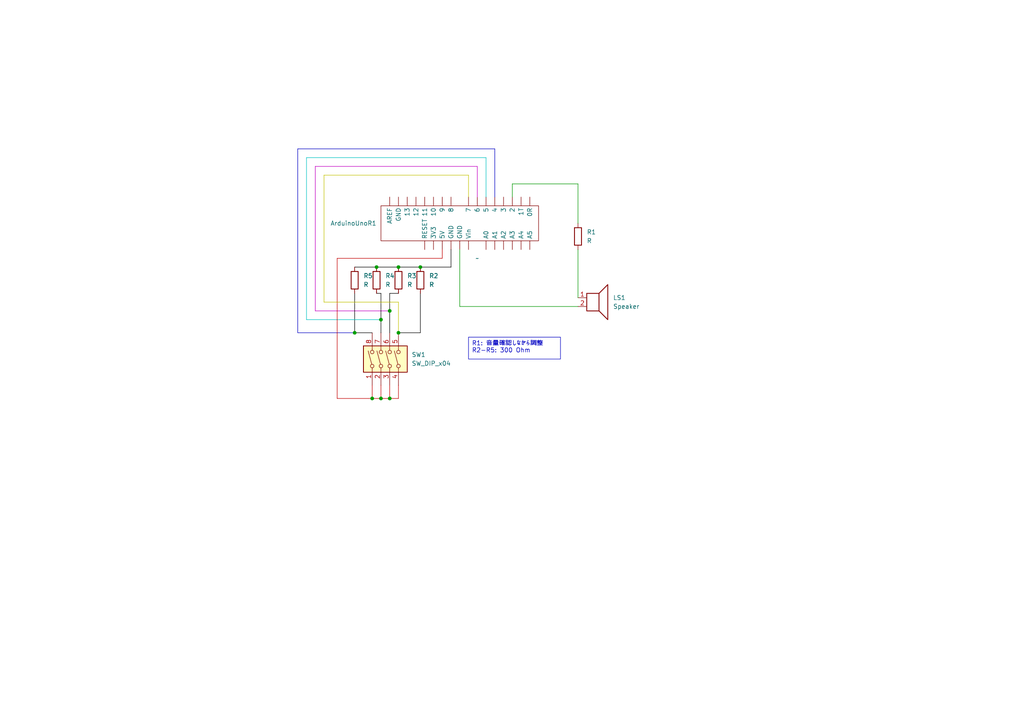
<source format=kicad_sch>
(kicad_sch (version 20230121) (generator eeschema)
  (paper "A4")
  (lib_symbols
    (symbol "Device:R" (pin_numbers hide) (pin_names (offset 0))
      (property "Reference" "R" (at 2.032 0 90))
      (property "Value" "R" (at 0 0 90))
      (symbol "R_0_1"
        (rectangle (start -1.016 -2.54) (end 1.016 2.54) (stroke (width 0.254)))
      )
      (symbol "R_1_1"
        (pin passive line (at 0 3.81 270) (length 1.27) (name "~") (number "1"))
        (pin passive line (at 0 -3.81 90) (length 1.27) (name "~") (number "2"))
      )
    )
    (symbol "Device:Speaker" (pin_names (offset 0) hide)
      (property "Reference" "LS" (at 1.27 5.715 0))
      (property "Value" "Speaker" (at 1.27 3.81 0))
      (symbol "Speaker_0_0"
        (rectangle (start -2.54 1.27) (end 1.016 -3.81) (stroke (width 0.254)))
        (polyline (pts (xy 1.016 1.27) (xy 3.556 3.81) (xy 3.556 -6.35) (xy 1.016 -3.81)) (stroke (width 0.254)))
      )
      (symbol "Speaker_1_1"
        (pin input line (at -5.08 0 0) (length 2.54) (name "1") (number "1"))
        (pin input line (at -5.08 -2.54 0) (length 2.54) (name "2") (number "2"))
      )
    )
    (symbol "Ore:ArduinoUnoR3"
      (property "Reference" "ArduinoUnoR3" (at 0 0 0))
      (symbol "ArduinoUnoR3_0_1"
        (rectangle (start -27.94 15.24) (end 17.78 5.08))
      )
      (symbol "ArduinoUnoR3_1_1"
        (pin unspecified line (at 15.24 17.78 270) (length 2.54) (name "0R") (number ""))
        (pin unspecified line (at -12.7 17.78 270) (length 2.54) (name "10") (number ""))
        (pin unspecified line (at -15.24 17.78 270) (length 2.54) (name "11") (number ""))
        (pin unspecified line (at -17.78 17.78 270) (length 2.54) (name "12") (number ""))
        (pin unspecified line (at -20.32 17.78 270) (length 2.54) (name "13") (number ""))
        (pin unspecified line (at 12.7 17.78 270) (length 2.54) (name "1T") (number ""))
        (pin unspecified line (at 10.16 17.78 270) (length 2.54) (name "2") (number ""))
        (pin unspecified line (at 7.62 17.78 270) (length 2.54) (name "3") (number ""))
        (pin unspecified line (at -12.7 2.54 90) (length 2.54) (name "3V3") (number ""))
        (pin unspecified line (at 5.08 17.78 270) (length 2.54) (name "4") (number ""))
        (pin unspecified line (at 2.54 17.78 270) (length 2.54) (name "5") (number ""))
        (pin unspecified line (at -10.16 2.54 90) (length 2.54) (name "5V") (number ""))
        (pin unspecified line (at 0 17.78 270) (length 2.54) (name "6") (number ""))
        (pin unspecified line (at -2.54 17.78 270) (length 2.54) (name "7") (number ""))
        (pin unspecified line (at -7.62 17.78 270) (length 2.54) (name "8") (number ""))
        (pin unspecified line (at -10.16 17.78 270) (length 2.54) (name "9") (number ""))
        (pin unspecified line (at 2.54 2.54 90) (length 2.54) (name "A0") (number ""))
        (pin unspecified line (at 5.08 2.54 90) (length 2.54) (name "A1") (number ""))
        (pin unspecified line (at 7.62 2.54 90) (length 2.54) (name "A2") (number ""))
        (pin unspecified line (at 10.16 2.54 90) (length 2.54) (name "A3") (number ""))
        (pin unspecified line (at 12.7 2.54 90) (length 2.54) (name "A4") (number ""))
        (pin unspecified line (at 15.24 2.54 90) (length 2.54) (name "A5") (number ""))
        (pin unspecified line (at -25.4 17.78 270) (length 2.54) (name "AREF") (number ""))
        (pin unspecified line (at -22.86 17.78 270) (length 2.54) (name "GND") (number ""))
        (pin unspecified line (at -7.62 2.54 90) (length 2.54) (name "GND") (number ""))
        (pin unspecified line (at -5.08 2.54 90) (length 2.54) (name "GND") (number ""))
        (pin unspecified line (at -15.24 2.54 90) (length 2.54) (name "RESET") (number ""))
        (pin unspecified line (at -2.54 2.54 90) (length 2.54) (name "Vin") (number ""))
      )
    )
    (symbol "Switch:SW_DIP_x04" (pin_names (offset 0) hide)
      (property "Reference" "SW" (at 0 8.89 0))
      (property "Value" "SW_DIP_x04" (at 0 -6.35 0))
      (symbol "SW_DIP_x04_0_0"
        (circle (center -2.032 -2.54) (radius 0.508))
        (circle (center -2.032 0) (radius 0.508))
        (circle (center -2.032 2.54) (radius 0.508))
        (circle (center -2.032 5.08) (radius 0.508))
        (polyline (pts (xy -1.524 -2.3876) (xy 2.3622 -1.3462)))
        (polyline (pts (xy -1.524 0.127) (xy 2.3622 1.1684)))
        (polyline (pts (xy -1.524 2.667) (xy 2.3622 3.7084)))
        (polyline (pts (xy -1.524 5.207) (xy 2.3622 6.2484)))
        (circle (center 2.032 -2.54) (radius 0.508))
        (circle (center 2.032 0) (radius 0.508))
        (circle (center 2.032 2.54) (radius 0.508))
        (circle (center 2.032 5.08) (radius 0.508))
      )
      (symbol "SW_DIP_x04_0_1"
        (rectangle (start -3.81 7.62) (end 3.81 -5.08) (stroke (width 0.254)) (fill (type background)))
      )
      (symbol "SW_DIP_x04_1_1"
        (pin passive line (at -7.62 5.08 0) (length 5.08) (name "~") (number "1"))
        (pin passive line (at -7.62 2.54 0) (length 5.08) (name "~") (number "2"))
        (pin passive line (at -7.62 0 0) (length 5.08) (name "~") (number "3"))
        (pin passive line (at -7.62 -2.54 0) (length 5.08) (name "~") (number "4"))
        (pin passive line (at 7.62 -2.54 180) (length 5.08) (name "~") (number "5"))
        (pin passive line (at 7.62 0 180) (length 5.08) (name "~") (number "6"))
        (pin passive line (at 7.62 2.54 180) (length 5.08) (name "~") (number "7"))
        (pin passive line (at 7.62 5.08 180) (length 5.08) (name "~") (number "8"))
      )
    )
  )
  (junction (at 121.92 77.47))
  (junction (at 113.03 115.57))
  (junction (at 110.49 92.71))
  (junction (at 109.22 77.47))
  (junction (at 113.03 90.17))
  (junction (at 115.57 77.47))
  (junction (at 107.95 115.57))
  (junction (at 102.87 96.52))
  (junction (at 110.49 115.57))
  (junction (at 115.57 96.52))
  (wire (pts (xy 110.49 92.71) (xy 110.49 85.09)) (stroke (width 0) (color 0 0 0 1)))
  (wire (pts (xy 130.81 77.47) (xy 121.92 77.47)) (stroke (width 0) (color 0 0 0 1)))
  (wire (pts (xy 167.64 88.9) (xy 133.35 88.9)))
  (wire (pts (xy 135.89 50.8) (xy 93.98 50.8)) (stroke (width 0) (color 194 194 0 1)))
  (wire (pts (xy 107.95 111.76) (xy 107.95 115.57)) (stroke (width 0) (color 194 0 0 1)))
  (wire (pts (xy 110.49 111.76) (xy 110.49 115.57)) (stroke (width 0) (color 194 0 0 1)))
  (wire (pts (xy 86.36 96.52) (xy 102.87 96.52)) (stroke (width 0) (color 0 0 194 1)))
  (wire (pts (xy 86.36 43.18) (xy 86.36 96.52)) (stroke (width 0) (color 0 0 194 1)))
  (wire (pts (xy 130.81 72.39) (xy 130.81 77.47)) (stroke (width 0) (color 0 0 0 1)))
  (wire (pts (xy 110.49 115.57) (xy 113.03 115.57)) (stroke (width 0) (color 194 0 0 1)))
  (wire (pts (xy 135.89 57.15) (xy 135.89 50.8)) (stroke (width 0) (color 194 194 0 1)))
  (wire (pts (xy 140.97 45.72) (xy 140.97 57.15)) (stroke (width 0) (color 0 194 194 1)))
  (wire (pts (xy 115.57 77.47) (xy 109.22 77.47)) (stroke (width 0) (color 0 0 0 1)))
  (wire (pts (xy 143.51 43.18) (xy 86.36 43.18)) (stroke (width 0) (color 0 0 194 1)))
  (wire (pts (xy 167.64 72.39) (xy 167.64 86.36)))
  (wire (pts (xy 88.9 92.71) (xy 110.49 92.71)) (stroke (width 0) (color 0 194 194 1)))
  (wire (pts (xy 93.98 87.63) (xy 115.57 87.63)) (stroke (width 0) (color 194 194 0 1)))
  (wire (pts (xy 121.92 96.52) (xy 121.92 85.09)) (stroke (width 0) (color 0 0 0 1)))
  (wire (pts (xy 115.57 87.63) (xy 115.57 96.52)) (stroke (width 0) (color 194 194 0 1)))
  (wire (pts (xy 107.95 96.52) (xy 102.87 96.52)) (stroke (width 0) (color 0 0 0 1)))
  (wire (pts (xy 88.9 45.72) (xy 88.9 92.71)) (stroke (width 0) (color 0 194 194 1)))
  (wire (pts (xy 107.95 115.57) (xy 110.49 115.57)) (stroke (width 0) (color 194 0 0 1)))
  (wire (pts (xy 113.03 85.09) (xy 115.57 85.09)) (stroke (width 0) (color 0 0 0 1)))
  (wire (pts (xy 148.59 57.15) (xy 148.59 53.34)))
  (wire (pts (xy 128.27 74.93) (xy 97.79 74.93)) (stroke (width 0) (color 194 0 0 1)))
  (wire (pts (xy 91.44 48.26) (xy 91.44 90.17)) (stroke (width 0) (color 194 0 194 1)))
  (wire (pts (xy 148.59 53.34) (xy 167.64 53.34)))
  (wire (pts (xy 93.98 50.8) (xy 93.98 87.63)) (stroke (width 0) (color 194 194 0 1)))
  (wire (pts (xy 110.49 96.52) (xy 110.49 92.71)) (stroke (width 0) (color 0 0 0 1)))
  (wire (pts (xy 167.64 53.34) (xy 167.64 64.77)))
  (wire (pts (xy 115.57 96.52) (xy 121.92 96.52)) (stroke (width 0) (color 0 0 0 1)))
  (wire (pts (xy 138.43 48.26) (xy 91.44 48.26)) (stroke (width 0) (color 194 0 194 1)))
  (wire (pts (xy 109.22 77.47) (xy 102.87 77.47)) (stroke (width 0) (color 0 0 0 1)))
  (wire (pts (xy 97.79 74.93) (xy 97.79 115.57)) (stroke (width 0) (color 194 0 0 1)))
  (wire (pts (xy 115.57 115.57) (xy 115.57 111.76)) (stroke (width 0) (color 194 0 0 1)))
  (wire (pts (xy 143.51 43.18) (xy 143.51 57.15)) (stroke (width 0) (color 0 0 194 1)))
  (wire (pts (xy 138.43 48.26) (xy 138.43 57.15)) (stroke (width 0) (color 194 0 194 1)))
  (wire (pts (xy 140.97 45.72) (xy 88.9 45.72)) (stroke (width 0) (color 0 194 194 1)))
  (wire (pts (xy 133.35 72.39) (xy 133.35 88.9)))
  (wire (pts (xy 110.49 85.09) (xy 109.22 85.09)) (stroke (width 0) (color 0 0 0 1)))
  (wire (pts (xy 113.03 90.17) (xy 113.03 85.09)) (stroke (width 0) (color 0 0 0 1)))
  (wire (pts (xy 128.27 72.39) (xy 128.27 74.93)) (stroke (width 0) (color 194 0 0 1)))
  (wire (pts (xy 113.03 96.52) (xy 113.03 90.17)) (stroke (width 0) (color 0 0 0 1)))
  (wire (pts (xy 121.92 77.47) (xy 115.57 77.47)) (stroke (width 0) (color 0 0 0 1)))
  (wire (pts (xy 113.03 115.57) (xy 115.57 115.57)) (stroke (width 0) (color 194 0 0 1)))
  (wire (pts (xy 102.87 96.52) (xy 102.87 85.09)) (stroke (width 0) (color 0 0 0 1)))
  (wire (pts (xy 113.03 111.76) (xy 113.03 115.57)) (stroke (width 0) (color 194 0 0 1)))
  (wire (pts (xy 97.79 115.57) (xy 107.95 115.57)) (stroke (width 0) (color 194 0 0 1)))
  (wire (pts (xy 91.44 90.17) (xy 113.03 90.17)) (stroke (width 0) (color 194 0 194 1)))
  (text_box "R1: 音量確認しながら調整\nR2-R5: 300 Ohm" (at 135.89 97.79 0) (size 26.67 6.35) (effects (font (size 1.27 1.27)) (justify left top)))
  (symbol (lib_id "Ore:ArduinoUnoR3") (at 138.43 74.93 0) (unit 1)
    (property "Reference" "ArduinoUnoR1" (at 109.22 64.77 0) (effects (justify right)))
    (property "Value" "~" (at 138.43 74.93 0))
  )
  (symbol (lib_id "Device:R") (at 102.87 81.28 0) (unit 1)
    (property "Reference" "R5" (at 105.41 80.01 0) (effects (justify left)))
    (property "Value" "R" (at 105.41 82.55 0) (effects (justify left)))
  )
  (symbol (lib_id "Device:Speaker") (at 172.72 86.36 0) (unit 1)
    (property "Reference" "LS1" (at 177.8 86.36 0) (effects (justify left)))
    (property "Value" "Speaker" (at 177.8 88.9 0) (effects (justify left)))
  )
  (symbol (lib_id "Switch:SW_DIP_x04") (at 113.03 104.14 90) (unit 1)
    (property "Reference" "SW1" (at 119.38 102.87 90) (effects (justify right)))
    (property "Value" "SW_DIP_x04" (at 119.38 105.41 90) (effects (justify right)))
  )
  (symbol (lib_id "Device:R") (at 115.57 81.28 0) (unit 1)
    (property "Reference" "R3" (at 118.11 80.01 0) (effects (justify left)))
    (property "Value" "R" (at 118.11 82.55 0) (effects (justify left)))
  )
  (symbol (lib_id "Device:R") (at 109.22 81.28 0) (unit 1)
    (property "Reference" "R4" (at 111.76 80.01 0) (effects (justify left)))
    (property "Value" "R" (at 111.76 82.55 0) (effects (justify left)))
  )
  (symbol (lib_id "Device:R") (at 121.92 81.28 0) (unit 1)
    (property "Reference" "R2" (at 124.46 80.01 0) (effects (justify left)))
    (property "Value" "R" (at 124.46 82.55 0) (effects (justify left)))
  )
  (symbol (lib_id "Device:R") (at 167.64 68.58 0) (unit 1)
    (property "Reference" "R1" (at 170.18 67.31 0) (effects (justify left)))
    (property "Value" "R" (at 170.18 69.85 0) (effects (justify left)))
  )
)
</source>
